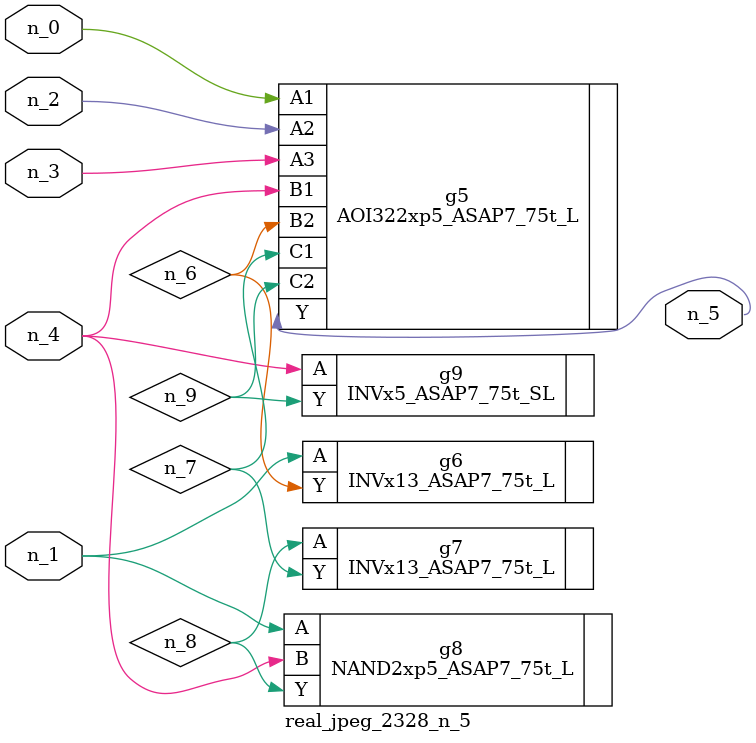
<source format=v>
module real_jpeg_2328_n_5 (n_4, n_0, n_1, n_2, n_3, n_5);

input n_4;
input n_0;
input n_1;
input n_2;
input n_3;

output n_5;

wire n_8;
wire n_6;
wire n_7;
wire n_9;

AOI322xp5_ASAP7_75t_L g5 ( 
.A1(n_0),
.A2(n_2),
.A3(n_3),
.B1(n_4),
.B2(n_6),
.C1(n_7),
.C2(n_9),
.Y(n_5)
);

INVx13_ASAP7_75t_L g6 ( 
.A(n_1),
.Y(n_6)
);

NAND2xp5_ASAP7_75t_L g8 ( 
.A(n_1),
.B(n_4),
.Y(n_8)
);

INVx5_ASAP7_75t_SL g9 ( 
.A(n_4),
.Y(n_9)
);

INVx13_ASAP7_75t_L g7 ( 
.A(n_8),
.Y(n_7)
);


endmodule
</source>
